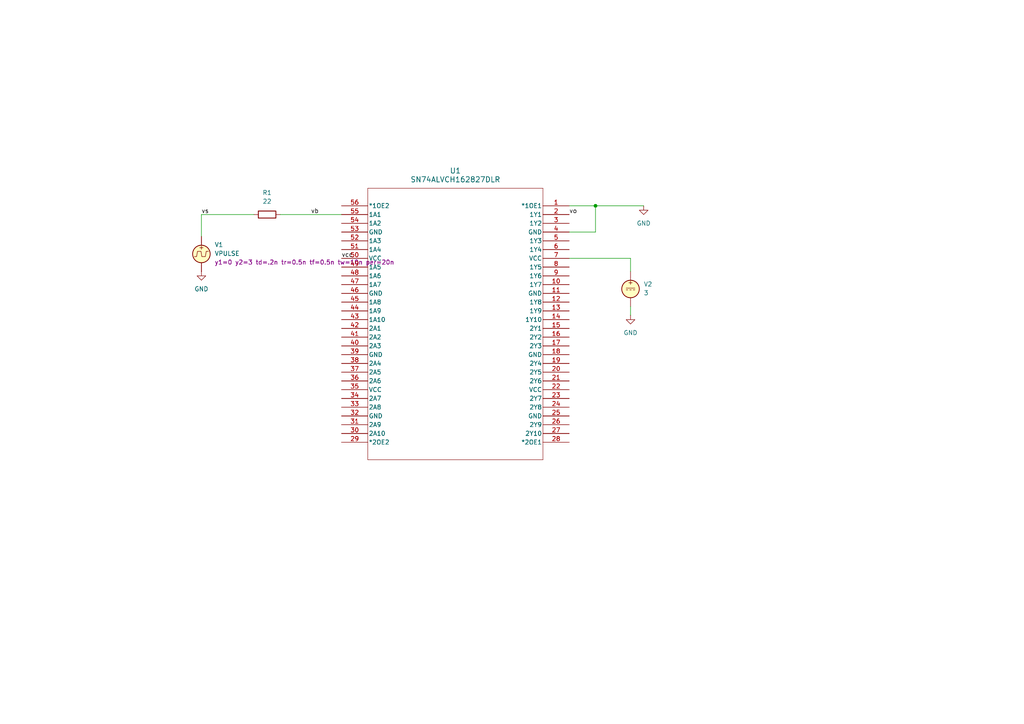
<source format=kicad_sch>
(kicad_sch (version 20231120) (generator "eeschema") (generator_version "8.0")
  (paper "A4")
  (lib_symbols
    (symbol "Device:R" (pin_numbers hide) (pin_names (offset 0))
      (property "Reference" "R" (at 2.032 0 90))
      (property "Value" "R" (at 0 0 90))
      (symbol "R_0_1"
        (rectangle (start -1.016 -2.54) (end 1.016 2.54) (stroke (width 0.254)))
      )
      (symbol "R_1_1"
        (pin passive line (at 0 3.81 270) (length 1.27) (name "~") (number "1"))
        (pin passive line (at 0 -3.81 90) (length 1.27) (name "~") (number "2"))
      )
    )
    (symbol "Simulation_SPICE:VDC" (pin_numbers hide) (pin_names (offset 0.0254))
      (property "Reference" "V" (at 2.54 2.54 0))
      (property "Value" "1" (at 2.54 0 0))
      (symbol "VDC_0_0"
        (polyline (pts (xy -1.27 0.254) (xy 1.27 0.254)))
        (polyline (pts (xy -0.762 -0.254) (xy -1.27 -0.254)))
        (polyline (pts (xy 0.254 -0.254) (xy -0.254 -0.254)))
        (polyline (pts (xy 1.27 -0.254) (xy 0.762 -0.254)))
        (text "+" (at 0 1.905 0) (effects (font (size 1.27 1.27))))
      )
      (symbol "VDC_0_1"
        (circle (center 0 0) (radius 2.54) (stroke (width 0.254)) (fill (type background)))
      )
      (symbol "VDC_1_1"
        (pin passive line (at 0 5.08 270) (length 2.54) (name "~") (number "1"))
        (pin passive line (at 0 -5.08 90) (length 2.54) (name "~") (number "2"))
      )
    )
    (symbol "Simulation_SPICE:VPULSE" (pin_numbers hide) (pin_names (offset 0.0254))
      (property "Reference" "V" (at 2.54 2.54 0))
      (property "Value" "VPULSE" (at 2.54 0 0))
      (property "Sim.Params" "y1=0 y2=1 td=2n tr=2n tf=2n tw=50n per=100n" (at 2.54 -2.54 0))
      (symbol "VPULSE_0_0"
        (polyline (pts (xy -2.032 -0.762) (xy -1.397 -0.762) (xy -1.143 0.762) (xy -0.127 0.762) (xy 0.127 -0.762) (xy 1.143 -0.762) (xy 1.397 0.762) (xy 2.032 0.762)))
        (text "+" (at 0 1.905 0) (effects (font (size 1.27 1.27))))
      )
      (symbol "VPULSE_0_1"
        (circle (center 0 0) (radius 2.54) (stroke (width 0.254)) (fill (type background)))
      )
      (symbol "VPULSE_1_1"
        (pin passive line (at 0 5.08 270) (length 2.54) (name "~") (number "1"))
        (pin passive line (at 0 -5.08 90) (length 2.54) (name "~") (number "2"))
      )
    )
    (symbol "buffer:SN74ALVCH162827DLR" (pin_names (offset 0.254))
      (property "Reference" "U" (at 33.02 10.16 0))
      (property "Value" "SN74ALVCH162827DLR" (at 33.02 7.62 0))
      (symbol "SN74ALVCH162827DLR_0_1"
        (polyline (pts (xy 7.62 -73.66) (xy 58.42 -73.66)) (stroke (width 0.127)))
        (polyline (pts (xy 7.62 5.08) (xy 7.62 -73.66)) (stroke (width 0.127)))
        (polyline (pts (xy 58.42 -73.66) (xy 58.42 5.08)) (stroke (width 0.127)))
        (polyline (pts (xy 58.42 5.08) (xy 7.62 5.08)) (stroke (width 0.127)))
        (pin input line (at 0 0 0) (length 7.62) (name "*1OE1") (number "1"))
        (pin output line (at 0 -22.86 0) (length 7.62) (name "1Y7") (number "10"))
        (pin power_in line (at 0 -25.4 0) (length 7.62) (name "GND") (number "11"))
        (pin output line (at 0 -27.94 0) (length 7.62) (name "1Y8") (number "12"))
        (pin output line (at 0 -30.48 0) (length 7.62) (name "1Y9") (number "13"))
        (pin output line (at 0 -33.02 0) (length 7.62) (name "1Y10") (number "14"))
        (pin output line (at 0 -35.56 0) (length 7.62) (name "2Y1") (number "15"))
        (pin output line (at 0 -38.1 0) (length 7.62) (name "2Y2") (number "16"))
        (pin output line (at 0 -40.64 0) (length 7.62) (name "2Y3") (number "17"))
        (pin power_in line (at 0 -43.18 0) (length 7.62) (name "GND") (number "18"))
        (pin output line (at 0 -45.72 0) (length 7.62) (name "2Y4") (number "19"))
        (pin output line (at 0 -2.54 0) (length 7.62) (name "1Y1") (number "2"))
        (pin output line (at 0 -48.26 0) (length 7.62) (name "2Y5") (number "20"))
        (pin output line (at 0 -50.8 0) (length 7.62) (name "2Y6") (number "21"))
        (pin power_in line (at 0 -53.34 0) (length 7.62) (name "VCC") (number "22"))
        (pin output line (at 0 -55.88 0) (length 7.62) (name "2Y7") (number "23"))
        (pin output line (at 0 -58.42 0) (length 7.62) (name "2Y8") (number "24"))
        (pin power_in line (at 0 -60.96 0) (length 7.62) (name "GND") (number "25"))
        (pin output line (at 0 -63.5 0) (length 7.62) (name "2Y9") (number "26"))
        (pin output line (at 0 -66.04 0) (length 7.62) (name "2Y10") (number "27"))
        (pin input line (at 0 -68.58 0) (length 7.62) (name "*2OE1") (number "28"))
        (pin input line (at 66.04 -68.58 180) (length 7.62) (name "*2OE2") (number "29"))
        (pin output line (at 0 -5.08 0) (length 7.62) (name "1Y2") (number "3"))
        (pin input line (at 66.04 -66.04 180) (length 7.62) (name "2A10") (number "30"))
        (pin input line (at 66.04 -63.5 180) (length 7.62) (name "2A9") (number "31"))
        (pin power_in line (at 66.04 -60.96 180) (length 7.62) (name "GND") (number "32"))
        (pin input line (at 66.04 -58.42 180) (length 7.62) (name "2A8") (number "33"))
        (pin input line (at 66.04 -55.88 180) (length 7.62) (name "2A7") (number "34"))
        (pin power_in line (at 66.04 -53.34 180) (length 7.62) (name "VCC") (number "35"))
        (pin input line (at 66.04 -50.8 180) (length 7.62) (name "2A6") (number "36"))
        (pin input line (at 66.04 -48.26 180) (length 7.62) (name "2A5") (number "37"))
        (pin input line (at 66.04 -45.72 180) (length 7.62) (name "2A4") (number "38"))
        (pin power_in line (at 66.04 -43.18 180) (length 7.62) (name "GND") (number "39"))
        (pin power_in line (at 0 -7.62 0) (length 7.62) (name "GND") (number "4"))
        (pin input line (at 66.04 -40.64 180) (length 7.62) (name "2A3") (number "40"))
        (pin input line (at 66.04 -38.1 180) (length 7.62) (name "2A2") (number "41"))
        (pin input line (at 66.04 -35.56 180) (length 7.62) (name "2A1") (number "42"))
        (pin input line (at 66.04 -33.02 180) (length 7.62) (name "1A10") (number "43"))
        (pin input line (at 66.04 -30.48 180) (length 7.62) (name "1A9") (number "44"))
        (pin input line (at 66.04 -27.94 180) (length 7.62) (name "1A8") (number "45"))
        (pin power_in line (at 66.04 -25.4 180) (length 7.62) (name "GND") (number "46"))
        (pin input line (at 66.04 -22.86 180) (length 7.62) (name "1A7") (number "47"))
        (pin input line (at 66.04 -20.32 180) (length 7.62) (name "1A6") (number "48"))
        (pin input line (at 66.04 -17.78 180) (length 7.62) (name "1A5") (number "49"))
        (pin output line (at 0 -10.16 0) (length 7.62) (name "1Y3") (number "5"))
        (pin power_in line (at 66.04 -15.24 180) (length 7.62) (name "VCC") (number "50"))
        (pin input line (at 66.04 -12.7 180) (length 7.62) (name "1A4") (number "51"))
        (pin input line (at 66.04 -10.16 180) (length 7.62) (name "1A3") (number "52"))
        (pin power_in line (at 66.04 -7.62 180) (length 7.62) (name "GND") (number "53"))
        (pin input line (at 66.04 -5.08 180) (length 7.62) (name "1A2") (number "54"))
        (pin input line (at 66.04 -2.54 180) (length 7.62) (name "1A1") (number "55"))
        (pin input line (at 66.04 0 180) (length 7.62) (name "*1OE2") (number "56"))
        (pin output line (at 0 -12.7 0) (length 7.62) (name "1Y4") (number "6"))
        (pin power_in line (at 0 -15.24 0) (length 7.62) (name "VCC") (number "7"))
        (pin output line (at 0 -17.78 0) (length 7.62) (name "1Y5") (number "8"))
        (pin output line (at 0 -20.32 0) (length 7.62) (name "1Y6") (number "9"))
      )
    )
    (symbol "power:GND" (power) (pin_numbers hide) (pin_names (offset 0) hide)
      (property "Value" "GND" (at 0 -3.81 0))
      (symbol "GND_0_1"
        (polyline (pts (xy 0 0) (xy 0 -1.27) (xy 1.27 -1.27) (xy 0 -2.54) (xy -1.27 -1.27) (xy 0 -1.27)))
      )
      (symbol "GND_1_1"
        (pin power_in line (at 0 0 270) (length 0) (name "~") (number "1"))
      )
    )
  )
  (junction (at 172.72 59.69))
  (wire (pts (xy 172.72 67.31) (xy 172.72 59.69)))
  (wire (pts (xy 81.28 62.23) (xy 99.06 62.23)))
  (wire (pts (xy 172.72 59.69) (xy 186.69 59.69)))
  (wire (pts (xy 182.88 78.74) (xy 182.88 74.93)))
  (wire (pts (xy 58.42 68.58) (xy 58.42 62.23)))
  (wire (pts (xy 182.88 74.93) (xy 165.1 74.93)))
  (wire (pts (xy 165.1 59.69) (xy 172.72 59.69)))
  (wire (pts (xy 182.88 88.9) (xy 182.88 91.44)))
  (wire (pts (xy 165.1 67.31) (xy 172.72 67.31)))
  (wire (pts (xy 58.42 62.23) (xy 73.66 62.23)))
  (label "vo" (at 165.1 62.23 0))
  (label "vs" (at 58.42 62.23 0))
  (label "vb" (at 90.17 62.23 0))
  (label "vcc" (at 99.06 74.93 0))
  (symbol (lib_id "buffer:SN74ALVCH162827DLR") (at 165.1 59.69 0) (mirror y) (unit 1)
    (property "Reference" "U1" (at 132.08 49.53 0) (effects (font (size 1.524 1.524))))
    (property "Value" "SN74ALVCH162827DLR" (at 132.08 52.07 0) (effects (font (size 1.524 1.524))))
    (property "Footprint" "DL56" (effects (hide yes)))
    (property "Datasheet" "SN74ALVCH162827DLR" (effects (hide yes)))
    (property "Sim.Library" "C:\\Users\\Dylan\\OneDrive\\ECE699\\SN74ALVCH162827.lib" (effects (hide yes)))
    (property "Sim.Name" "SN74ALVCH162827" (effects (hide yes)))
    (property "Sim.Device" "SUBCKT" (effects (hide yes)))
    (property "Sim.Pins" "1=OEZ 2=Y 4=AGND 7=VCC 55=A" (effects (hide yes)))
  )
  (symbol (lib_id "power:GND") (at 182.88 91.44 0) (unit 1)
    (property "Reference" "#PWR04" (effects (hide yes)))
    (property "Value" "GND" (at 182.88 96.52 0))
    (property "Description" "Power symbol creates a global label with name \"GND\" , ground" (effects (hide yes)))
  )
  (symbol (lib_id "Simulation_SPICE:VPULSE") (at 58.42 73.66 0) (unit 1)
    (property "Reference" "V1" (at 62.23 70.9901 0) (effects (justify left)))
    (property "Value" "VPULSE" (at 62.23 73.5301 0) (effects (justify left)))
    (property "Datasheet" "https://ngspice.sourceforge.io/docs/ngspice-html-manual/manual.xhtml#sec_Independent_Sources_for" (effects (hide yes)))
    (property "Description" "Voltage source, pulse" (effects (hide yes)))
    (property "Sim.Pins" "1=+ 2=-" (effects (hide yes)))
    (property "Sim.Type" "PULSE" (effects (hide yes)))
    (property "Sim.Device" "V" (effects (hide yes)))
    (property "Sim.Params" "y1=0 y2=3 td=.2n tr=0.5n tf=0.5n tw=10n per=20n" (at 62.23 76.0701 0) (effects (justify left)))
  )
  (symbol (lib_id "Device:R") (at 77.47 62.23 90) (unit 1)
    (property "Reference" "R1" (at 77.47 55.88 90))
    (property "Value" "22" (at 77.47 58.42 90))
    (property "Description" "Resistor" (effects (hide yes)))
  )
  (symbol (lib_id "power:GND") (at 58.42 78.74 0) (unit 1)
    (property "Reference" "#PWR03" (effects (hide yes)))
    (property "Value" "GND" (at 58.42 83.82 0))
    (property "Description" "Power symbol creates a global label with name \"GND\" , ground" (effects (hide yes)))
  )
  (symbol (lib_id "Simulation_SPICE:VDC") (at 182.88 83.82 0) (unit 1)
    (property "Reference" "V2" (at 186.69 82.4201 0) (effects (justify left)))
    (property "Value" "3" (at 186.69 84.9601 0) (effects (justify left)))
    (property "Datasheet" "https://ngspice.sourceforge.io/docs/ngspice-html-manual/manual.xhtml#sec_Independent_Sources_for" (effects (hide yes)))
    (property "Description" "Voltage source, DC" (effects (hide yes)))
    (property "Sim.Pins" "1=+ 2=-" (effects (hide yes)))
    (property "Sim.Type" "DC" (effects (hide yes)))
    (property "Sim.Device" "V" (effects (hide yes)))
  )
  (symbol (lib_id "power:GND") (at 186.69 59.69 0) (unit 1)
    (property "Reference" "#PWR01" (effects (hide yes)))
    (property "Value" "GND" (at 186.69 64.77 0))
    (property "Description" "Power symbol creates a global label with name \"GND\" , ground" (effects (hide yes)))
  )
)
</source>
